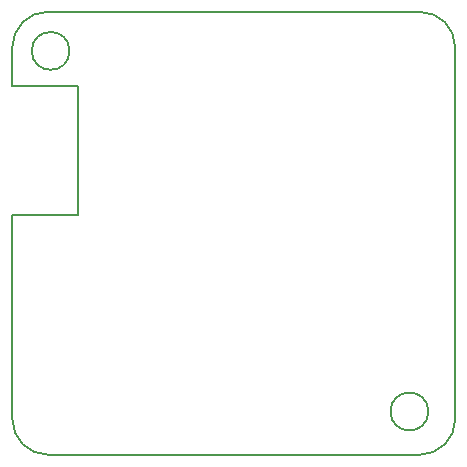
<source format=gbr>
%TF.GenerationSoftware,KiCad,Pcbnew,9.0.2*%
%TF.CreationDate,2025-08-12T20:05:27+08:00*%
%TF.ProjectId,lipo-chargable-espc3-weather-station,6c69706f-2d63-4686-9172-6761626c652d,rev?*%
%TF.SameCoordinates,Original*%
%TF.FileFunction,Profile,NP*%
%FSLAX46Y46*%
G04 Gerber Fmt 4.6, Leading zero omitted, Abs format (unit mm)*
G04 Created by KiCad (PCBNEW 9.0.2) date 2025-08-12 20:05:27*
%MOMM*%
%LPD*%
G01*
G04 APERTURE LIST*
%TA.AperFunction,Profile*%
%ADD10C,0.200000*%
%TD*%
G04 APERTURE END LIST*
D10*
X134869199Y-83619601D02*
G75*
G02*
X137869200Y-80619599I3000001J1D01*
G01*
X139711199Y-83932800D02*
G75*
G02*
X136511199Y-83932800I-1600000J0D01*
G01*
X136511199Y-83932800D02*
G75*
G02*
X139711199Y-83932800I1600000J0D01*
G01*
X169369199Y-80619600D02*
X137869200Y-80619600D01*
X170089599Y-114463600D02*
G75*
G02*
X166889599Y-114463600I-1600000J0D01*
G01*
X166889599Y-114463600D02*
G75*
G02*
X170089599Y-114463600I1600000J0D01*
G01*
X169369199Y-80619600D02*
G75*
G02*
X172369200Y-83619600I1J-3000000D01*
G01*
X172369199Y-115119600D02*
G75*
G02*
X169369199Y-118119599I-2999999J0D01*
G01*
X172369199Y-115119600D02*
X172369199Y-83619600D01*
X137869200Y-118119600D02*
G75*
G02*
X134869200Y-115119599I0J3000000D01*
G01*
X134874000Y-97840800D02*
X134874000Y-115119599D01*
X134869036Y-86918800D02*
X140462000Y-86918800D01*
X134869036Y-83616800D02*
X134874000Y-86918800D01*
X137869200Y-118119600D02*
X169369199Y-118119600D01*
X140462000Y-97840918D02*
X134874000Y-97840800D01*
X140462000Y-86918800D02*
X140462000Y-97840918D01*
M02*

</source>
